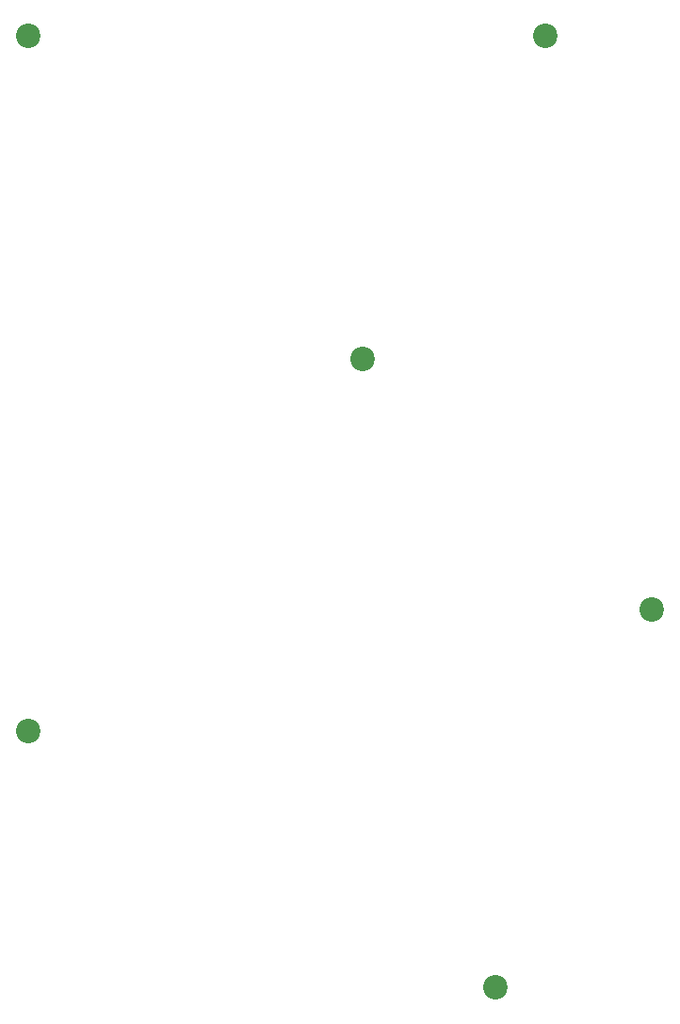
<source format=gbr>
%TF.GenerationSoftware,KiCad,Pcbnew,8.0.7*%
%TF.CreationDate,2025-01-02T13:55:22-06:00*%
%TF.ProjectId,fuckball-top,6675636b-6261-46c6-9c2d-746f702e6b69,rev?*%
%TF.SameCoordinates,Original*%
%TF.FileFunction,Soldermask,Top*%
%TF.FilePolarity,Negative*%
%FSLAX46Y46*%
G04 Gerber Fmt 4.6, Leading zero omitted, Abs format (unit mm)*
G04 Created by KiCad (PCBNEW 8.0.7) date 2025-01-02 13:55:22*
%MOMM*%
%LPD*%
G01*
G04 APERTURE LIST*
%ADD10C,2.200000*%
G04 APERTURE END LIST*
D10*
%TO.C,REF\u002A\u002A*%
X220500000Y-92500000D03*
%TD*%
%TO.C,REF\u002A\u002A*%
X164500000Y-41000000D03*
%TD*%
%TO.C,REF\u002A\u002A*%
X194500000Y-70000000D03*
%TD*%
%TO.C,REF\u002A\u002A*%
X164500000Y-103500000D03*
%TD*%
%TO.C,REF\u002A\u002A*%
X211000000Y-41000000D03*
%TD*%
%TO.C,REF\u002A\u002A*%
X206500000Y-126500000D03*
%TD*%
M02*

</source>
